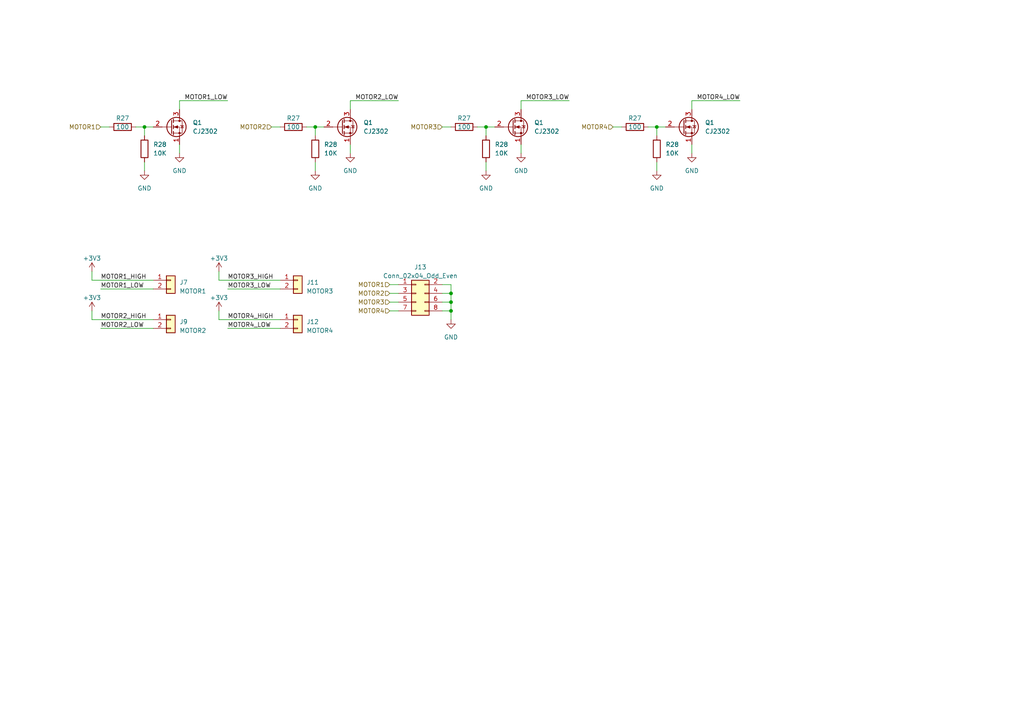
<source format=kicad_sch>
(kicad_sch (version 20230121) (generator eeschema)
  (paper "A4")
  (lib_symbols
    (symbol "CJ2302:CJ2302" (pin_names hide)
      (property "Reference" "Q" (at 5.08 1.905 0))
      (property "Value" "CJ2302" (at 5.08 0 0))
      (symbol "CJ2302_0_1"
        (polyline (pts (xy 0.254 0) (xy -2.54 0)))
        (polyline (pts (xy 0.254 1.905) (xy 0.254 -1.905)) (stroke (width 0.254)))
        (polyline (pts (xy 0.762 -1.27) (xy 0.762 -2.286)) (stroke (width 0.254)))
        (polyline (pts (xy 0.762 0.508) (xy 0.762 -0.508)) (stroke (width 0.254)))
        (polyline (pts (xy 0.762 2.286) (xy 0.762 1.27)) (stroke (width 0.254)))
        (polyline (pts (xy 2.54 2.54) (xy 2.54 1.778)))
        (polyline (pts (xy 2.54 -2.54) (xy 2.54 0) (xy 0.762 0)))
        (polyline (pts (xy 0.762 -1.778) (xy 3.302 -1.778) (xy 3.302 1.778) (xy 0.762 1.778)))
        (polyline (pts (xy 1.016 0) (xy 2.032 0.381) (xy 2.032 -0.381) (xy 1.016 0)) (fill (type outline)))
        (polyline (pts (xy 2.794 0.508) (xy 2.921 0.381) (xy 3.683 0.381) (xy 3.81 0.254)))
        (polyline (pts (xy 3.302 0.381) (xy 2.921 -0.254) (xy 3.683 -0.254) (xy 3.302 0.381)))
        (circle (center 1.651 0) (radius 2.794) (stroke (width 0.254)))
        (circle (center 2.54 -1.778) (radius 0.254) (fill (type outline)))
        (circle (center 2.54 1.778) (radius 0.254) (fill (type outline)))
      )
      (symbol "CJ2302_1_1"
        (pin passive line (at 2.54 -5.08 90) (length 2.54) (name "S") (number "1"))
        (pin input line (at -5.08 0 0) (length 2.54) (name "G") (number "2"))
        (pin passive line (at 2.54 5.08 270) (length 2.54) (name "D") (number "3"))
      )
    )
    (symbol "Connector_Generic:Conn_01x02" (pin_names (offset 1.016) hide)
      (property "Reference" "J" (at 0 2.54 0))
      (property "Value" "Conn_01x02" (at 0 -5.08 0))
      (symbol "Conn_01x02_1_1"
        (rectangle (start -1.27 -2.413) (end 0 -2.667) (stroke (width 0.1524)))
        (rectangle (start -1.27 0.127) (end 0 -0.127) (stroke (width 0.1524)))
        (rectangle (start -1.27 1.27) (end 1.27 -3.81) (stroke (width 0.254)) (fill (type background)))
        (pin passive line (at -5.08 0 0) (length 3.81) (name "Pin_1") (number "1"))
        (pin passive line (at -5.08 -2.54 0) (length 3.81) (name "Pin_2") (number "2"))
      )
    )
    (symbol "Connector_Generic:Conn_02x04_Odd_Even" (pin_names (offset 1.016) hide)
      (property "Reference" "J" (at 1.27 5.08 0))
      (property "Value" "Conn_02x04_Odd_Even" (at 1.27 -7.62 0))
      (symbol "Conn_02x04_Odd_Even_1_1"
        (rectangle (start -1.27 -4.953) (end 0 -5.207) (stroke (width 0.1524)))
        (rectangle (start -1.27 -2.413) (end 0 -2.667) (stroke (width 0.1524)))
        (rectangle (start -1.27 0.127) (end 0 -0.127) (stroke (width 0.1524)))
        (rectangle (start -1.27 2.667) (end 0 2.413) (stroke (width 0.1524)))
        (rectangle (start -1.27 3.81) (end 3.81 -6.35) (stroke (width 0.254)) (fill (type background)))
        (rectangle (start 3.81 -4.953) (end 2.54 -5.207) (stroke (width 0.1524)))
        (rectangle (start 3.81 -2.413) (end 2.54 -2.667) (stroke (width 0.1524)))
        (rectangle (start 3.81 0.127) (end 2.54 -0.127) (stroke (width 0.1524)))
        (rectangle (start 3.81 2.667) (end 2.54 2.413) (stroke (width 0.1524)))
        (pin passive line (at -5.08 2.54 0) (length 3.81) (name "Pin_1") (number "1"))
        (pin passive line (at 7.62 2.54 180) (length 3.81) (name "Pin_2") (number "2"))
        (pin passive line (at -5.08 0 0) (length 3.81) (name "Pin_3") (number "3"))
        (pin passive line (at 7.62 0 180) (length 3.81) (name "Pin_4") (number "4"))
        (pin passive line (at -5.08 -2.54 0) (length 3.81) (name "Pin_5") (number "5"))
        (pin passive line (at 7.62 -2.54 180) (length 3.81) (name "Pin_6") (number "6"))
        (pin passive line (at -5.08 -5.08 0) (length 3.81) (name "Pin_7") (number "7"))
        (pin passive line (at 7.62 -5.08 180) (length 3.81) (name "Pin_8") (number "8"))
      )
    )
    (symbol "Device:R" (pin_numbers hide) (pin_names (offset 0))
      (property "Reference" "R" (at 2.032 0 90))
      (property "Value" "R" (at 0 0 90))
      (symbol "R_0_1"
        (rectangle (start -1.016 -2.54) (end 1.016 2.54) (stroke (width 0.254)))
      )
      (symbol "R_1_1"
        (pin passive line (at 0 3.81 270) (length 1.27) (name "~") (number "1"))
        (pin passive line (at 0 -3.81 90) (length 1.27) (name "~") (number "2"))
      )
    )
    (symbol "power:+3V3" (power) (pin_names (offset 0))
      (property "Value" "+3V3" (at 0 3.556 0))
      (symbol "+3V3_0_1"
        (polyline (pts (xy -0.762 1.27) (xy 0 2.54)))
        (polyline (pts (xy 0 0) (xy 0 2.54)))
        (polyline (pts (xy 0 2.54) (xy 0.762 1.27)))
      )
      (symbol "+3V3_1_1"
        (pin power_in line (at 0 0 90) (length 0) hide (name "+3V3") (number "1"))
      )
    )
    (symbol "power:GND" (power) (pin_names (offset 0))
      (property "Value" "GND" (at 0 -3.81 0))
      (symbol "GND_0_1"
        (polyline (pts (xy 0 0) (xy 0 -1.27) (xy 1.27 -1.27) (xy 0 -2.54) (xy -1.27 -1.27) (xy 0 -1.27)))
      )
      (symbol "GND_1_1"
        (pin power_in line (at 0 0 270) (length 0) hide (name "GND") (number "1"))
      )
    )
  )
  (junction (at 130.81 87.63))
  (junction (at 130.81 85.09))
  (junction (at 130.81 90.17))
  (junction (at 41.91 36.83) (diameter 0.9144))
  (junction (at 91.44 36.83) (diameter 0.9144))
  (junction (at 190.5 36.83) (diameter 0.9144))
  (junction (at 140.97 36.83) (diameter 0.9144))
  (wire (pts (xy 128.27 85.09) (xy 130.81 85.09)))
  (wire (pts (xy 91.44 46.99) (xy 91.44 49.53)))
  (wire (pts (xy 130.81 90.17) (xy 128.27 90.17)))
  (wire (pts (xy 26.67 78.74) (xy 26.67 81.28)))
  (wire (pts (xy 101.6 41.91) (xy 101.6 44.45)))
  (wire (pts (xy 91.44 36.83) (xy 93.98 36.83)))
  (wire (pts (xy 200.66 41.91) (xy 200.66 44.45)))
  (wire (pts (xy 78.74 36.83) (xy 81.28 36.83)))
  (wire (pts (xy 140.97 36.83) (xy 143.51 36.83)))
  (wire (pts (xy 113.03 82.55) (xy 115.57 82.55)))
  (wire (pts (xy 130.81 92.71) (xy 130.81 90.17)))
  (wire (pts (xy 41.91 46.99) (xy 41.91 49.53)))
  (wire (pts (xy 66.04 83.82) (xy 81.28 83.82)))
  (wire (pts (xy 113.03 90.17) (xy 115.57 90.17)))
  (wire (pts (xy 29.21 95.25) (xy 44.45 95.25)))
  (wire (pts (xy 187.96 36.83) (xy 190.5 36.83)))
  (wire (pts (xy 128.27 87.63) (xy 130.81 87.63)))
  (wire (pts (xy 151.13 29.21) (xy 151.13 31.75)))
  (wire (pts (xy 140.97 36.83) (xy 140.97 39.37)))
  (wire (pts (xy 130.81 87.63) (xy 130.81 90.17)))
  (wire (pts (xy 52.07 29.21) (xy 52.07 31.75)))
  (wire (pts (xy 52.07 29.21) (xy 66.04 29.21)))
  (wire (pts (xy 151.13 29.21) (xy 165.1 29.21)))
  (wire (pts (xy 63.5 81.28) (xy 81.28 81.28)))
  (wire (pts (xy 63.5 78.74) (xy 63.5 81.28)))
  (wire (pts (xy 113.03 85.09) (xy 115.57 85.09)))
  (wire (pts (xy 200.66 29.21) (xy 214.63 29.21)))
  (wire (pts (xy 151.13 41.91) (xy 151.13 44.45)))
  (wire (pts (xy 101.6 29.21) (xy 115.57 29.21)))
  (wire (pts (xy 101.6 29.21) (xy 101.6 31.75)))
  (wire (pts (xy 39.37 36.83) (xy 41.91 36.83)))
  (wire (pts (xy 63.5 90.17) (xy 63.5 92.71)))
  (wire (pts (xy 91.44 36.83) (xy 91.44 39.37)))
  (wire (pts (xy 190.5 36.83) (xy 193.04 36.83)))
  (wire (pts (xy 130.81 82.55) (xy 130.81 85.09)))
  (wire (pts (xy 26.67 92.71) (xy 44.45 92.71)))
  (wire (pts (xy 130.81 85.09) (xy 130.81 87.63)))
  (wire (pts (xy 190.5 46.99) (xy 190.5 49.53)))
  (wire (pts (xy 41.91 36.83) (xy 44.45 36.83)))
  (wire (pts (xy 190.5 36.83) (xy 190.5 39.37)))
  (wire (pts (xy 52.07 41.91) (xy 52.07 44.45)))
  (wire (pts (xy 26.67 81.28) (xy 44.45 81.28)))
  (wire (pts (xy 63.5 92.71) (xy 81.28 92.71)))
  (wire (pts (xy 177.8 36.83) (xy 180.34 36.83)))
  (wire (pts (xy 88.9 36.83) (xy 91.44 36.83)))
  (wire (pts (xy 140.97 46.99) (xy 140.97 49.53)))
  (wire (pts (xy 29.21 36.83) (xy 31.75 36.83)))
  (wire (pts (xy 113.03 87.63) (xy 115.57 87.63)))
  (wire (pts (xy 128.27 36.83) (xy 130.81 36.83)))
  (wire (pts (xy 41.91 36.83) (xy 41.91 39.37)))
  (wire (pts (xy 200.66 29.21) (xy 200.66 31.75)))
  (wire (pts (xy 138.43 36.83) (xy 140.97 36.83)))
  (wire (pts (xy 26.67 90.17) (xy 26.67 92.71)))
  (wire (pts (xy 29.21 83.82) (xy 44.45 83.82)))
  (wire (pts (xy 66.04 95.25) (xy 81.28 95.25)))
  (wire (pts (xy 128.27 82.55) (xy 130.81 82.55)))
  (label "MOTOR4_LOW" (at 214.63 29.21 180))
  (label "MOTOR2_LOW" (at 29.21 95.25 0))
  (label "MOTOR1_LOW" (at 29.21 83.82 0))
  (label "MOTOR2_LOW" (at 115.57 29.21 180))
  (label "MOTOR1_LOW" (at 66.04 29.21 180))
  (label "MOTOR4_LOW" (at 66.04 95.25 0))
  (label "MOTOR3_HIGH" (at 66.04 81.28 0))
  (label "MOTOR3_LOW" (at 165.1 29.21 180))
  (label "MOTOR4_HIGH" (at 66.04 92.71 0))
  (label "MOTOR2_HIGH" (at 29.21 92.71 0))
  (label "MOTOR1_HIGH" (at 29.21 81.28 0))
  (label "MOTOR3_LOW" (at 66.04 83.82 0))
  (hierarchical_label "MOTOR1" (shape input) (at 29.21 36.83 180))
  (hierarchical_label "MOTOR2" (shape input) (at 78.74 36.83 180))
  (hierarchical_label "MOTOR3" (shape input) (at 128.27 36.83 180))
  (hierarchical_label "MOTOR1" (shape input) (at 113.03 82.55 180))
  (hierarchical_label "MOTOR4" (shape input) (at 113.03 90.17 180))
  (hierarchical_label "MOTOR2" (shape input) (at 113.03 85.09 180))
  (hierarchical_label "MOTOR3" (shape input) (at 113.03 87.63 180))
  (hierarchical_label "MOTOR4" (shape input) (at 177.8 36.83 180))
  (symbol (lib_id "power:GND") (at 41.91 49.53 0) (unit 1)
    (property "Reference" "#PWR066" (effects hide))
    (property "Value" "GND" (at 41.91 54.61 0))
    (instances (project "microfcv3" (path "" (reference "#PWR066") (unit 1))) (project "mikro_wifi_testbench" (path "" (reference "#PWR06") (unit 1))))
  )
  (symbol (lib_id "power:GND") (at 200.66 44.45 0) (unit 1)
    (property "Reference" "#PWR067" (effects hide))
    (property "Value" "GND" (at 200.66 49.53 0))
    (instances (project "microfcv3" (path "" (reference "#PWR067") (unit 1))) (project "mikro_wifi_testbench" (path "" (reference "#PWR064") (unit 1))))
  )
  (symbol (lib_id "power:GND") (at 101.6 44.45 0) (unit 1)
    (property "Reference" "#PWR067" (effects hide))
    (property "Value" "GND" (at 101.6 49.53 0))
    (instances (project "microfcv3" (path "" (reference "#PWR067") (unit 1))) (project "mikro_wifi_testbench" (path "" (reference "#PWR057") (unit 1))))
  )
  (symbol (lib_id "Device:R") (at 134.62 36.83 90) (unit 1)
    (property "Reference" "R27" (at 134.62 34.29 90))
    (property "Value" "100" (at 134.62 36.83 90))
    (property "Footprint" "Resistor_SMD:R_0402_1005Metric" (effects hide))
    (property "LCSC" "C25118" (effects hide))
    (instances (project "microfcv3" (path "" (reference "R27") (unit 1))) (project "mikro_wifi_testbench" (path "" (reference "R15") (unit 1))))
  )
  (symbol (lib_id "CJ2302:CJ2302") (at 99.06 36.83 0) (unit 1)
    (property "Reference" "Q1" (at 105.41 35.5599 0) (effects (justify left)))
    (property "Value" "CJ2302" (at 105.41 38.0999 0) (effects (justify left)))
    (property "Footprint" "Package_TO_SOT_SMD:SOT-323_SC-70" (effects hide))
    (property "LCSC" "C91104" (effects hide))
    (instances (project "microfcv3" (path "" (reference "Q1") (unit 1))) (project "mikro_wifi_testbench" (path "" (reference "Q2") (unit 1))))
  )
  (symbol (lib_id "power:GND") (at 130.81 92.71 0) (unit 1)
    (property "Reference" "#PWR070" (effects hide))
    (property "Value" "GND" (at 130.81 97.79 0))
  )
  (symbol (lib_id "Device:R") (at 41.91 43.18 0) (unit 1)
    (property "Reference" "R28" (at 44.45 41.9099 0) (effects (justify left)))
    (property "Value" "10K" (at 44.45 44.4499 0) (effects (justify left)))
    (property "Footprint" "Resistor_SMD:R_0402_1005Metric" (effects hide))
    (property "LCSC" "C25744" (effects hide))
    (instances (project "microfcv3" (path "" (reference "R28") (unit 1))) (project "mikro_wifi_testbench" (path "" (reference "R8") (unit 1))))
  )
  (symbol (lib_id "Connector_Generic:Conn_01x02") (at 49.53 92.71 0) (unit 1)
    (property "Reference" "J9" (at 52.07 93.345 0) (effects (justify left)))
    (property "Value" "MOTOR2" (at 52.07 95.885 0) (effects (justify left)))
  )
  (symbol (lib_id "CJ2302:CJ2302") (at 49.53 36.83 0) (unit 1)
    (property "Reference" "Q1" (at 55.88 35.5599 0) (effects (justify left)))
    (property "Value" "CJ2302" (at 55.88 38.0999 0) (effects (justify left)))
    (property "Footprint" "Package_TO_SOT_SMD:SOT-323_SC-70" (effects hide))
    (property "LCSC" "C91104" (effects hide))
  )
  (symbol (lib_id "Connector_Generic:Conn_01x02") (at 86.36 81.28 0) (unit 1)
    (property "Reference" "J11" (at 88.9 81.915 0) (effects (justify left)))
    (property "Value" "MOTOR3" (at 88.9 84.455 0) (effects (justify left)))
  )
  (symbol (lib_id "power:GND") (at 91.44 49.53 0) (unit 1)
    (property "Reference" "#PWR066" (effects hide))
    (property "Value" "GND" (at 91.44 54.61 0))
    (instances (project "microfcv3" (path "" (reference "#PWR066") (unit 1))) (project "mikro_wifi_testbench" (path "" (reference "#PWR056") (unit 1))))
  )
  (symbol (lib_id "Device:R") (at 140.97 43.18 0) (unit 1)
    (property "Reference" "R28" (at 143.51 41.9099 0) (effects (justify left)))
    (property "Value" "10K" (at 143.51 44.4499 0) (effects (justify left)))
    (property "Footprint" "Resistor_SMD:R_0402_1005Metric" (effects hide))
    (property "LCSC" "C25744" (effects hide))
    (instances (project "microfcv3" (path "" (reference "R28") (unit 1))) (project "mikro_wifi_testbench" (path "" (reference "R16") (unit 1))))
  )
  (symbol (lib_id "Device:R") (at 184.15 36.83 90) (unit 1)
    (property "Reference" "R27" (at 184.15 34.29 90))
    (property "Value" "100" (at 184.15 36.83 90))
    (property "Footprint" "Resistor_SMD:R_0402_1005Metric" (effects hide))
    (property "LCSC" "C25118" (effects hide))
    (instances (project "microfcv3" (path "" (reference "R27") (unit 1))) (project "mikro_wifi_testbench" (path "" (reference "R17") (unit 1))))
  )
  (symbol (lib_id "power:GND") (at 190.5 49.53 0) (unit 1)
    (property "Reference" "#PWR066" (effects hide))
    (property "Value" "GND" (at 190.5 54.61 0))
    (instances (project "microfcv3" (path "" (reference "#PWR066") (unit 1))) (project "mikro_wifi_testbench" (path "" (reference "#PWR063") (unit 1))))
  )
  (symbol (lib_id "Connector_Generic:Conn_01x02") (at 49.53 81.28 0) (unit 1)
    (property "Reference" "J7" (at 52.07 81.915 0) (effects (justify left)))
    (property "Value" "MOTOR1" (at 52.07 84.455 0) (effects (justify left)))
  )
  (symbol (lib_id "Device:R") (at 91.44 43.18 0) (unit 1)
    (property "Reference" "R28" (at 93.98 41.9099 0) (effects (justify left)))
    (property "Value" "10K" (at 93.98 44.4499 0) (effects (justify left)))
    (property "Footprint" "Resistor_SMD:R_0402_1005Metric" (effects hide))
    (property "LCSC" "C25744" (effects hide))
    (instances (project "microfcv3" (path "" (reference "R28") (unit 1))) (project "mikro_wifi_testbench" (path "" (reference "R14") (unit 1))))
  )
  (symbol (lib_id "power:+3V3") (at 26.67 90.17 0) (unit 1)
    (property "Reference" "#PWR066" (effects hide))
    (property "Value" "+3V3" (at 26.67 86.36 0))
  )
  (symbol (lib_id "power:+3V3") (at 63.5 78.74 0) (unit 1)
    (property "Reference" "#PWR067" (effects hide))
    (property "Value" "+3V3" (at 63.5 74.93 0))
  )
  (symbol (lib_id "power:+3V3") (at 26.67 78.74 0) (unit 1)
    (property "Reference" "#PWR065" (effects hide))
    (property "Value" "+3V3" (at 26.67 74.93 0))
  )
  (symbol (lib_id "Device:R") (at 190.5 43.18 0) (unit 1)
    (property "Reference" "R28" (at 193.04 41.9099 0) (effects (justify left)))
    (property "Value" "10K" (at 193.04 44.4499 0) (effects (justify left)))
    (property "Footprint" "Resistor_SMD:R_0402_1005Metric" (effects hide))
    (property "LCSC" "C25744" (effects hide))
    (instances (project "microfcv3" (path "" (reference "R28") (unit 1))) (project "mikro_wifi_testbench" (path "" (reference "R18") (unit 1))))
  )
  (symbol (lib_id "Connector_Generic:Conn_02x04_Odd_Even") (at 120.65 85.09 0) (unit 1)
    (property "Reference" "J13" (at 121.92 77.47 0))
    (property "Value" "Conn_02x04_Odd_Even" (at 121.92 80.01 0))
    (property "Footprint" "Connector_PinHeader_2.54mm:PinHeader_2x04_P2.54mm_Vertical" (effects hide))
  )
  (symbol (lib_id "CJ2302:CJ2302") (at 148.59 36.83 0) (unit 1)
    (property "Reference" "Q1" (at 154.94 35.5599 0) (effects (justify left)))
    (property "Value" "CJ2302" (at 154.94 38.0999 0) (effects (justify left)))
    (property "Footprint" "Package_TO_SOT_SMD:SOT-323_SC-70" (effects hide))
    (property "LCSC" "C91104" (effects hide))
    (instances (project "microfcv3" (path "" (reference "Q1") (unit 1))) (project "mikro_wifi_testbench" (path "" (reference "Q3") (unit 1))))
  )
  (symbol (lib_id "Device:R") (at 85.09 36.83 90) (unit 1)
    (property "Reference" "R27" (at 85.09 34.29 90))
    (property "Value" "100" (at 85.09 36.83 90))
    (property "Footprint" "Resistor_SMD:R_0402_1005Metric" (effects hide))
    (property "LCSC" "C25118" (effects hide))
    (instances (project "microfcv3" (path "" (reference "R27") (unit 1))) (project "mikro_wifi_testbench" (path "" (reference "R12") (unit 1))))
  )
  (symbol (lib_id "power:GND") (at 151.13 44.45 0) (unit 1)
    (property "Reference" "#PWR067" (effects hide))
    (property "Value" "GND" (at 151.13 49.53 0))
    (instances (project "microfcv3" (path "" (reference "#PWR067") (unit 1))) (project "mikro_wifi_testbench" (path "" (reference "#PWR060") (unit 1))))
  )
  (symbol (lib_id "Connector_Generic:Conn_01x02") (at 86.36 92.71 0) (unit 1)
    (property "Reference" "J12" (at 88.9 93.345 0) (effects (justify left)))
    (property "Value" "MOTOR4" (at 88.9 95.885 0) (effects (justify left)))
  )
  (symbol (lib_id "power:GND") (at 52.07 44.45 0) (unit 1)
    (property "Reference" "#PWR067" (effects hide))
    (property "Value" "GND" (at 52.07 49.53 0))
    (instances (project "microfcv3" (path "" (reference "#PWR067") (unit 1))) (project "mikro_wifi_testbench" (path "" (reference "#PWR051") (unit 1))))
  )
  (symbol (lib_id "CJ2302:CJ2302") (at 198.12 36.83 0) (unit 1)
    (property "Reference" "Q1" (at 204.47 35.5599 0) (effects (justify left)))
    (property "Value" "CJ2302" (at 204.47 38.0999 0) (effects (justify left)))
    (property "Footprint" "Package_TO_SOT_SMD:SOT-323_SC-70" (effects hide))
    (property "LCSC" "C91104" (effects hide))
    (instances (project "microfcv3" (path "" (reference "Q1") (unit 1))) (project "mikro_wifi_testbench" (path "" (reference "Q4") (unit 1))))
  )
  (symbol (lib_id "Device:R") (at 35.56 36.83 90) (unit 1)
    (property "Reference" "R27" (at 35.56 34.29 90))
    (property "Value" "100" (at 35.56 36.83 90))
    (property "Footprint" "Resistor_SMD:R_0402_1005Metric" (effects hide))
    (property "LCSC" "C25118" (effects hide))
    (instances (project "microfcv3" (path "" (reference "R27") (unit 1))) (project "mikro_wifi_testbench" (path "" (reference "R3") (unit 1))))
  )
  (symbol (lib_id "power:+3V3") (at 63.5 90.17 0) (unit 1)
    (property "Reference" "#PWR068" (effects hide))
    (property "Value" "+3V3" (at 63.5 86.36 0))
  )
  (symbol (lib_id "power:GND") (at 140.97 49.53 0) (unit 1)
    (property "Reference" "#PWR066" (effects hide))
    (property "Value" "GND" (at 140.97 54.61 0))
    (instances (project "microfcv3" (path "" (reference "#PWR066") (unit 1))) (project "mikro_wifi_testbench" (path "" (reference "#PWR058") (unit 1))))
  )
)
</source>
